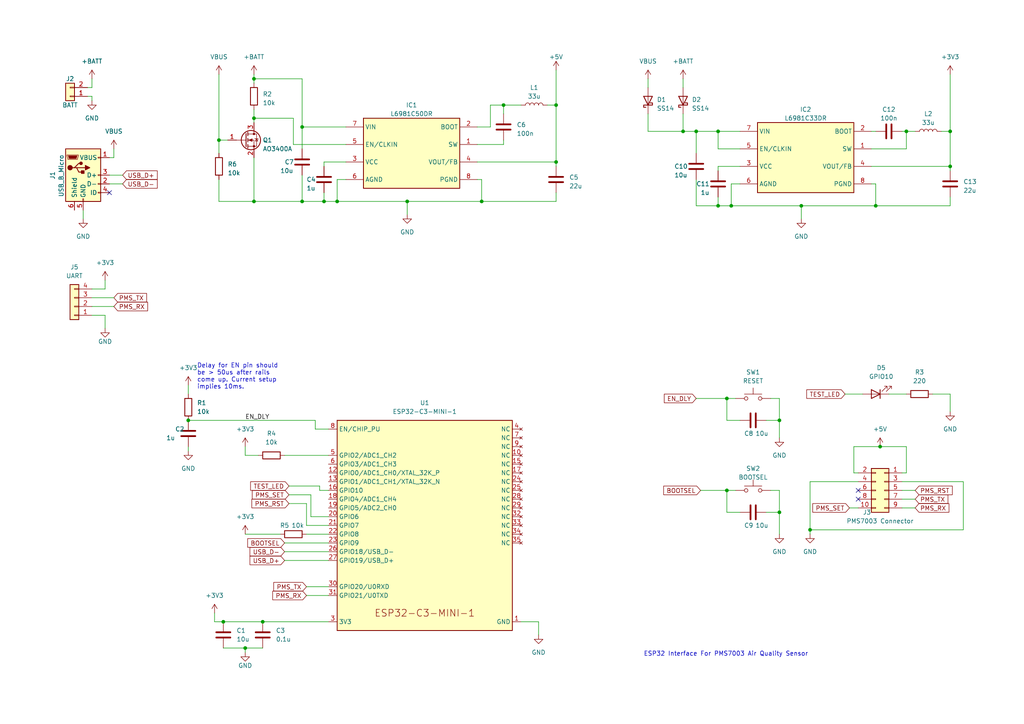
<source format=kicad_sch>
(kicad_sch (version 20230121) (generator eeschema)
  (paper "A4")
  (lib_symbols
    (symbol "+5V_1" (power) (pin_names (offset 0))
      (property "Value" "+5V_1" (at 0 3.556 0))
      (symbol "+5V_1_0_1"
        (polyline (pts (xy -0.762 1.27) (xy 0 2.54)))
        (polyline (pts (xy 0 0) (xy 0 2.54)))
        (polyline (pts (xy 0 2.54) (xy 0.762 1.27)))
      )
      (symbol "+5V_1_1_1"
        (pin power_in line (at 0 0 90) (length 0) hide (name "+5V") (number "1"))
      )
    )
    (symbol "Connector:USB_B_Micro" (pin_names (offset 1.016))
      (property "Reference" "J" (at -5.08 11.43 0))
      (property "Value" "USB_B_Micro" (at -5.08 8.89 0))
      (symbol "USB_B_Micro_0_1"
        (rectangle (start -5.08 -7.62) (end 5.08 7.62) (stroke (width 0.254)) (fill (type background)))
        (circle (center -3.81 2.159) (radius 0.635) (stroke (width 0.254)) (fill (type outline)))
        (circle (center -0.635 3.429) (radius 0.381) (stroke (width 0.254)) (fill (type outline)))
        (rectangle (start -0.127 -7.62) (end 0.127 -6.858))
        (polyline (pts (xy -1.905 2.159) (xy 0.635 2.159)) (stroke (width 0.254)))
        (polyline (pts (xy -3.175 2.159) (xy -2.54 2.159) (xy -1.27 3.429) (xy -0.635 3.429)) (stroke (width 0.254)))
        (polyline (pts (xy -2.54 2.159) (xy -1.905 2.159) (xy -1.27 0.889) (xy 0 0.889)) (stroke (width 0.254)))
        (polyline (pts (xy 0.635 2.794) (xy 0.635 1.524) (xy 1.905 2.159) (xy 0.635 2.794)) (stroke (width 0.254)) (fill (type outline)))
        (polyline (pts (xy -4.318 5.588) (xy -1.778 5.588) (xy -2.032 4.826) (xy -4.064 4.826) (xy -4.318 5.588)) (fill (type outline)))
        (polyline (pts (xy -4.699 5.842) (xy -4.699 5.588) (xy -4.445 4.826) (xy -4.445 4.572) (xy -1.651 4.572) (xy -1.651 4.826) (xy -1.397 5.588) (xy -1.397 5.842) (xy -4.699 5.842)))
        (rectangle (start 0.254 1.27) (end -0.508 0.508) (stroke (width 0.254)) (fill (type outline)))
        (rectangle (start 5.08 -5.207) (end 4.318 -4.953))
        (rectangle (start 5.08 -2.667) (end 4.318 -2.413))
        (rectangle (start 5.08 -0.127) (end 4.318 0.127))
        (rectangle (start 5.08 4.953) (end 4.318 5.207))
      )
      (symbol "USB_B_Micro_1_1"
        (pin power_out line (at 7.62 5.08 180) (length 2.54) (name "VBUS") (number "1"))
        (pin bidirectional line (at 7.62 -2.54 180) (length 2.54) (name "D-") (number "2"))
        (pin bidirectional line (at 7.62 0 180) (length 2.54) (name "D+") (number "3"))
        (pin passive line (at 7.62 -5.08 180) (length 2.54) (name "ID") (number "4"))
        (pin power_out line (at 0 -10.16 90) (length 2.54) (name "GND") (number "5"))
        (pin passive line (at -2.54 -10.16 90) (length 2.54) (name "Shield") (number "6"))
      )
    )
    (symbol "Connector_Generic:Conn_01x02" (pin_names (offset 1.016) hide)
      (property "Reference" "J" (at 0 2.54 0))
      (property "Value" "Conn_01x02" (at 0 -5.08 0))
      (symbol "Conn_01x02_1_1"
        (rectangle (start -1.27 -2.413) (end 0 -2.667) (stroke (width 0.1524)))
        (rectangle (start -1.27 0.127) (end 0 -0.127) (stroke (width 0.1524)))
        (rectangle (start -1.27 1.27) (end 1.27 -3.81) (stroke (width 0.254)) (fill (type background)))
        (pin passive line (at -5.08 0 0) (length 3.81) (name "Pin_1") (number "1"))
        (pin passive line (at -5.08 -2.54 0) (length 3.81) (name "Pin_2") (number "2"))
      )
    )
    (symbol "Connector_Generic:Conn_01x04" (pin_names (offset 1.016) hide)
      (property "Reference" "J" (at 0 5.08 0))
      (property "Value" "Conn_01x04" (at 0 -7.62 0))
      (symbol "Conn_01x04_1_1"
        (rectangle (start -1.27 -4.953) (end 0 -5.207) (stroke (width 0.1524)))
        (rectangle (start -1.27 -2.413) (end 0 -2.667) (stroke (width 0.1524)))
        (rectangle (start -1.27 0.127) (end 0 -0.127) (stroke (width 0.1524)))
        (rectangle (start -1.27 2.667) (end 0 2.413) (stroke (width 0.1524)))
        (rectangle (start -1.27 3.81) (end 1.27 -6.35) (stroke (width 0.254)) (fill (type background)))
        (pin passive line (at -5.08 2.54 0) (length 3.81) (name "Pin_1") (number "1"))
        (pin passive line (at -5.08 0 0) (length 3.81) (name "Pin_2") (number "2"))
        (pin passive line (at -5.08 -2.54 0) (length 3.81) (name "Pin_3") (number "3"))
        (pin passive line (at -5.08 -5.08 0) (length 3.81) (name "Pin_4") (number "4"))
      )
    )
    (symbol "Connector_Generic:Conn_02x05_Odd_Even" (pin_names (offset 1.016) hide)
      (property "Reference" "J" (at 1.27 7.62 0))
      (property "Value" "Conn_02x05_Odd_Even" (at 1.27 -7.62 0))
      (symbol "Conn_02x05_Odd_Even_1_1"
        (rectangle (start -1.27 -4.953) (end 0 -5.207) (stroke (width 0.1524)))
        (rectangle (start -1.27 -2.413) (end 0 -2.667) (stroke (width 0.1524)))
        (rectangle (start -1.27 0.127) (end 0 -0.127) (stroke (width 0.1524)))
        (rectangle (start -1.27 2.667) (end 0 2.413) (stroke (width 0.1524)))
        (rectangle (start -1.27 5.207) (end 0 4.953) (stroke (width 0.1524)))
        (rectangle (start -1.27 6.35) (end 3.81 -6.35) (stroke (width 0.254)) (fill (type background)))
        (rectangle (start 3.81 -4.953) (end 2.54 -5.207) (stroke (width 0.1524)))
        (rectangle (start 3.81 -2.413) (end 2.54 -2.667) (stroke (width 0.1524)))
        (rectangle (start 3.81 0.127) (end 2.54 -0.127) (stroke (width 0.1524)))
        (rectangle (start 3.81 2.667) (end 2.54 2.413) (stroke (width 0.1524)))
        (rectangle (start 3.81 5.207) (end 2.54 4.953) (stroke (width 0.1524)))
        (pin passive line (at -5.08 5.08 0) (length 3.81) (name "Pin_1") (number "1"))
        (pin passive line (at 7.62 -5.08 180) (length 3.81) (name "Pin_10") (number "10"))
        (pin passive line (at 7.62 5.08 180) (length 3.81) (name "Pin_2") (number "2"))
        (pin passive line (at -5.08 2.54 0) (length 3.81) (name "Pin_3") (number "3"))
        (pin passive line (at 7.62 2.54 180) (length 3.81) (name "Pin_4") (number "4"))
        (pin passive line (at -5.08 0 0) (length 3.81) (name "Pin_5") (number "5"))
        (pin passive line (at 7.62 0 180) (length 3.81) (name "Pin_6") (number "6"))
        (pin passive line (at -5.08 -2.54 0) (length 3.81) (name "Pin_7") (number "7"))
        (pin passive line (at 7.62 -2.54 180) (length 3.81) (name "Pin_8") (number "8"))
        (pin passive line (at -5.08 -5.08 0) (length 3.81) (name "Pin_9") (number "9"))
      )
    )
    (symbol "Device:C" (pin_numbers hide) (pin_names (offset 0.254))
      (property "Reference" "C" (at 0.635 2.54 0))
      (property "Value" "C" (at 0.635 -2.54 0))
      (symbol "C_0_1"
        (polyline (pts (xy -2.032 -0.762) (xy 2.032 -0.762)) (stroke (width 0.508)))
        (polyline (pts (xy -2.032 0.762) (xy 2.032 0.762)) (stroke (width 0.508)))
      )
      (symbol "C_1_1"
        (pin passive line (at 0 3.81 270) (length 2.794) (name "~") (number "1"))
        (pin passive line (at 0 -3.81 90) (length 2.794) (name "~") (number "2"))
      )
    )
    (symbol "Device:D_Schottky" (pin_numbers hide) (pin_names (offset 1.016) hide)
      (property "Reference" "D" (at 0 2.54 0))
      (property "Value" "D_Schottky" (at 0 -2.54 0))
      (symbol "D_Schottky_0_1"
        (polyline (pts (xy 1.27 0) (xy -1.27 0)))
        (polyline (pts (xy 1.27 1.27) (xy 1.27 -1.27) (xy -1.27 0) (xy 1.27 1.27)) (stroke (width 0.254)))
        (polyline (pts (xy -1.905 0.635) (xy -1.905 1.27) (xy -1.27 1.27) (xy -1.27 -1.27) (xy -0.635 -1.27) (xy -0.635 -0.635)) (stroke (width 0.254)))
      )
      (symbol "D_Schottky_1_1"
        (pin passive line (at -3.81 0 0) (length 2.54) (name "K") (number "1"))
        (pin passive line (at 3.81 0 180) (length 2.54) (name "A") (number "2"))
      )
    )
    (symbol "Device:L" (pin_numbers hide) (pin_names (offset 1.016) hide)
      (property "Reference" "L" (at -1.27 0 90))
      (property "Value" "L" (at 1.905 0 90))
      (symbol "L_0_1"
        (arc (start 0 -2.54) (mid 0.6323 -1.905) (end 0 -1.27))
        (arc (start 0 -1.27) (mid 0.6323 -0.635) (end 0 0))
        (arc (start 0 0) (mid 0.6323 0.635) (end 0 1.27))
        (arc (start 0 1.27) (mid 0.6323 1.905) (end 0 2.54))
      )
      (symbol "L_1_1"
        (pin passive line (at 0 3.81 270) (length 1.27) (name "1") (number "1"))
        (pin passive line (at 0 -3.81 90) (length 1.27) (name "2") (number "2"))
      )
    )
    (symbol "Device:LED" (pin_numbers hide) (pin_names (offset 1.016) hide)
      (property "Reference" "D" (at 0 2.54 0))
      (property "Value" "LED" (at 0 -2.54 0))
      (symbol "LED_0_1"
        (polyline (pts (xy -1.27 -1.27) (xy -1.27 1.27)) (stroke (width 0.254)))
        (polyline (pts (xy -1.27 0) (xy 1.27 0)))
        (polyline (pts (xy 1.27 -1.27) (xy 1.27 1.27) (xy -1.27 0) (xy 1.27 -1.27)) (stroke (width 0.254)))
        (polyline (pts (xy -3.048 -0.762) (xy -4.572 -2.286) (xy -3.81 -2.286) (xy -4.572 -2.286) (xy -4.572 -1.524)))
        (polyline (pts (xy -1.778 -0.762) (xy -3.302 -2.286) (xy -2.54 -2.286) (xy -3.302 -2.286) (xy -3.302 -1.524)))
      )
      (symbol "LED_1_1"
        (pin passive line (at -3.81 0 0) (length 2.54) (name "K") (number "1"))
        (pin passive line (at 3.81 0 180) (length 2.54) (name "A") (number "2"))
      )
    )
    (symbol "Device:R" (pin_numbers hide) (pin_names (offset 0))
      (property "Reference" "R" (at 2.032 0 90))
      (property "Value" "R" (at 0 0 90))
      (symbol "R_0_1"
        (rectangle (start -1.016 -2.54) (end 1.016 2.54) (stroke (width 0.254)))
      )
      (symbol "R_1_1"
        (pin passive line (at 0 3.81 270) (length 1.27) (name "~") (number "1"))
        (pin passive line (at 0 -3.81 90) (length 1.27) (name "~") (number "2"))
      )
    )
    (symbol "Espressif:ESP32-C3-MINI-1"
      (property "Reference" "U" (at -25.4 35.56 0))
      (property "Value" "ESP32-C3-MINI-1" (at -25.4 33.02 0))
      (symbol "ESP32-C3-MINI-1_0_0"
        (text "ESP32-C3-MINI-1" (at 0 -25.4 0) (effects (font (size 2 2))))
      )
      (symbol "ESP32-C3-MINI-1_0_1"
        (rectangle (start -25.4 30.48) (end 25.4 -30.48) (stroke (width 0.254)) (fill (type background)))
      )
      (symbol "ESP32-C3-MINI-1_1_1"
        (pin power_in line (at 27.94 -27.94 180) (length 2.54) (name "GND") (number "1"))
        (pin no_connect line (at 27.94 20.32 180) (length 2.54) (name "NC") (number "10"))
        (pin bidirectional line (at -27.94 15.24 0) (length 2.54) (name "GPIO0/ADC1_CH0/XTAL_32K_P") (number "12"))
        (pin bidirectional line (at -27.94 12.7 0) (length 2.54) (name "GPIO1/ADC1_CH1/XTAL_32K_N") (number "13"))
        (pin no_connect line (at 27.94 17.78 180) (length 2.54) (name "NC") (number "15"))
        (pin bidirectional line (at -27.94 10.16 0) (length 2.54) (name "GPIO10") (number "16"))
        (pin no_connect line (at 27.94 15.24 180) (length 2.54) (name "NC") (number "17"))
        (pin bidirectional line (at -27.94 7.62 0) (length 2.54) (name "GPIO4/ADC1_CH4") (number "18"))
        (pin bidirectional line (at -27.94 5.08 0) (length 2.54) (name "GPIO5/ADC2_CH0") (number "19"))
        (pin passive line (at 27.94 -27.94 180) (length 2.54) hide (name "GND") (number "2"))
        (pin bidirectional line (at -27.94 2.54 0) (length 2.54) (name "GPIO6") (number "20"))
        (pin bidirectional line (at -27.94 0 0) (length 2.54) (name "GPIO7") (number "21"))
        (pin bidirectional line (at -27.94 -2.54 0) (length 2.54) (name "GPIO8") (number "22"))
        (pin bidirectional line (at -27.94 -5.08 0) (length 2.54) (name "GPIO9") (number "23"))
        (pin no_connect line (at 27.94 12.7 180) (length 2.54) (name "NC") (number "24"))
        (pin no_connect line (at 27.94 10.16 180) (length 2.54) (name "NC") (number "25"))
        (pin bidirectional line (at -27.94 -7.62 0) (length 2.54) (name "GPIO18/USB_D-") (number "26"))
        (pin bidirectional line (at -27.94 -10.16 0) (length 2.54) (name "GPIO19/USB_D+") (number "27"))
        (pin no_connect line (at 27.94 7.62 180) (length 2.54) (name "NC") (number "28"))
        (pin no_connect line (at 27.94 5.08 180) (length 2.54) (name "NC") (number "29"))
        (pin power_in line (at -27.94 -27.94 0) (length 2.54) (name "3V3") (number "3"))
        (pin bidirectional line (at -27.94 -17.78 0) (length 2.54) (name "GPIO20/U0RXD") (number "30"))
        (pin bidirectional line (at -27.94 -20.32 0) (length 2.54) (name "GPIO21/U0TXD") (number "31"))
        (pin no_connect line (at 27.94 2.54 180) (length 2.54) (name "NC") (number "32"))
        (pin no_connect line (at 27.94 0 180) (length 2.54) (name "NC") (number "33"))
        (pin no_connect line (at 27.94 -2.54 180) (length 2.54) (name "NC") (number "34"))
        (pin no_connect line (at 27.94 -5.08 180) (length 2.54) (name "NC") (number "35"))
        (pin passive line (at 27.94 -27.94 180) (length 2.54) hide (name "GND") (number "36"))
        (pin passive line (at 27.94 -27.94 180) (length 2.54) hide (name "GND") (number "37"))
        (pin passive line (at 27.94 -27.94 180) (length 2.54) hide (name "GND") (number "38"))
        (pin passive line (at 27.94 -27.94 180) (length 2.54) hide (name "GND") (number "39"))
        (pin no_connect line (at 27.94 27.94 180) (length 2.54) (name "NC") (number "4"))
        (pin passive line (at 27.94 -27.94 180) (length 2.54) hide (name "GND") (number "40"))
        (pin passive line (at 27.94 -27.94 180) (length 2.54) hide (name "GND") (number "41"))
        (pin passive line (at 27.94 -27.94 180) (length 2.54) hide (name "GND") (number "42"))
        (pin passive line (at 27.94 -27.94 180) (length 2.54) hide (name "GND") (number "43"))
        (pin passive line (at 27.94 -27.94 180) (length 2.54) hide (name "GND") (number "44"))
        (pin passive line (at 27.94 -27.94 180) (length 2.54) hide (name "GND") (number "45"))
        (pin passive line (at 27.94 -27.94 180) (length 2.54) hide (name "GND") (number "46"))
        (pin passive line (at 27.94 -27.94 180) (length 2.54) hide (name "GND") (number "47"))
        (pin passive line (at 27.94 -27.94 180) (length 2.54) hide (name "GND") (number "48"))
        (pin passive line (at 27.94 -27.94 180) (length 2.54) hide (name "GND") (number "49"))
        (pin bidirectional line (at -27.94 20.32 0) (length 2.54) (name "GPIO2/ADC1_CH2") (number "5"))
        (pin passive line (at 27.94 -27.94 180) (length 2.54) hide (name "GND") (number "50"))
        (pin passive line (at 27.94 -27.94 180) (length 2.54) hide (name "GND") (number "51"))
        (pin passive line (at 27.94 -27.94 180) (length 2.54) hide (name "GND") (number "52"))
        (pin passive line (at 27.94 -27.94 180) (length 2.54) hide (name "GND") (number "53"))
        (pin bidirectional line (at -27.94 17.78 0) (length 2.54) (name "GPIO3/ADC1_CH3") (number "6"))
        (pin no_connect line (at 27.94 25.4 180) (length 2.54) (name "NC") (number "7"))
        (pin input line (at -27.94 27.94 0) (length 2.54) (name "EN/CHIP_PU") (number "8"))
        (pin no_connect line (at 27.94 22.86 180) (length 2.54) (name "NC") (number "9"))
      )
    )
    (symbol "GND_1" (power) (pin_names (offset 0))
      (property "Value" "GND_1" (at 0 -3.81 0))
      (symbol "GND_1_0_1"
        (polyline (pts (xy 0 0) (xy 0 -1.27) (xy 1.27 -1.27) (xy 0 -2.54) (xy -1.27 -1.27) (xy 0 -1.27)))
      )
      (symbol "GND_1_1_1"
        (pin power_in line (at 0 0 270) (length 0) hide (name "GND") (number "1"))
      )
    )
    (symbol "L6981C50DR:L6981C33DR"
      (property "Reference" "IC" (at 5.08 15.24 0))
      (property "Value" "L6981C33DR" (at 5.08 12.7 0))
      (symbol "L6981C33DR_1_1"
        (rectangle (start 5.08 10.16) (end 33.02 -10.16) (stroke (width 0.254)) (fill (type background)))
        (pin passive line (at 38.1 2.54 180) (length 5.08) (name "SW") (number "1"))
        (pin passive line (at 38.1 7.62 180) (length 5.08) (name "BOOT") (number "2"))
        (pin passive line (at 0 -2.54 0) (length 5.08) (name "VCC") (number "3"))
        (pin passive line (at 38.1 -2.54 180) (length 5.08) (name "VOUT/FB") (number "4"))
        (pin passive line (at 0 2.54 0) (length 5.08) (name "EN/CLKIN") (number "5"))
        (pin passive line (at 0 -7.62 0) (length 5.08) (name "AGND") (number "6"))
        (pin passive line (at 0 7.62 0) (length 5.08) (name "VIN") (number "7"))
        (pin passive line (at 38.1 -7.62 180) (length 5.08) (name "PGND") (number "8"))
      )
    )
    (symbol "L6981C50DR:L6981C50DR"
      (property "Reference" "IC" (at 5.08 15.24 0))
      (property "Value" "L6981C50DR" (at 5.08 12.7 0))
      (symbol "L6981C50DR_1_1"
        (rectangle (start 5.08 10.16) (end 33.02 -10.16) (stroke (width 0.254)) (fill (type background)))
        (pin passive line (at 38.1 2.54 180) (length 5.08) (name "SW") (number "1"))
        (pin passive line (at 38.1 7.62 180) (length 5.08) (name "BOOT") (number "2"))
        (pin passive line (at 0 -2.54 0) (length 5.08) (name "VCC") (number "3"))
        (pin passive line (at 38.1 -2.54 180) (length 5.08) (name "VOUT/FB") (number "4"))
        (pin passive line (at 0 2.54 0) (length 5.08) (name "EN/CLKIN") (number "5"))
        (pin passive line (at 0 -7.62 0) (length 5.08) (name "AGND") (number "6"))
        (pin passive line (at 0 7.62 0) (length 5.08) (name "VIN") (number "7"))
        (pin passive line (at 38.1 -7.62 180) (length 5.08) (name "PGND") (number "8"))
      )
    )
    (symbol "Switch:SW_Push" (pin_numbers hide) (pin_names (offset 1.016) hide)
      (property "Reference" "SW" (at 1.27 2.54 0))
      (property "Value" "SW_Push" (at 0 -1.524 0))
      (symbol "SW_Push_0_1"
        (circle (center -2.032 0) (radius 0.508))
        (polyline (pts (xy 0 1.27) (xy 0 3.048)))
        (polyline (pts (xy 2.54 1.27) (xy -2.54 1.27)))
        (circle (center 2.032 0) (radius 0.508))
        (pin passive line (at -5.08 0 0) (length 2.54) (name "1") (number "1"))
        (pin passive line (at 5.08 0 180) (length 2.54) (name "2") (number "2"))
      )
    )
    (symbol "Transistor_FET:AO3400A" (pin_names hide)
      (property "Reference" "Q" (at 5.08 1.905 0))
      (property "Value" "AO3400A" (at 5.08 0 0))
      (symbol "AO3400A_0_1"
        (polyline (pts (xy 0.254 0) (xy -2.54 0)))
        (polyline (pts (xy 0.254 1.905) (xy 0.254 -1.905)) (stroke (width 0.254)))
        (polyline (pts (xy 0.762 -1.27) (xy 0.762 -2.286)) (stroke (width 0.254)))
        (polyline (pts (xy 0.762 0.508) (xy 0.762 -0.508)) (stroke (width 0.254)))
        (polyline (pts (xy 0.762 2.286) (xy 0.762 1.27)) (stroke (width 0.254)))
        (polyline (pts (xy 2.54 2.54) (xy 2.54 1.778)))
        (polyline (pts (xy 2.54 -2.54) (xy 2.54 0) (xy 0.762 0)))
        (polyline (pts (xy 0.762 -1.778) (xy 3.302 -1.778) (xy 3.302 1.778) (xy 0.762 1.778)))
        (polyline (pts (xy 1.016 0) (xy 2.032 0.381) (xy 2.032 -0.381) (xy 1.016 0)) (fill (type outline)))
        (polyline (pts (xy 2.794 0.508) (xy 2.921 0.381) (xy 3.683 0.381) (xy 3.81 0.254)))
        (polyline (pts (xy 3.302 0.381) (xy 2.921 -0.254) (xy 3.683 -0.254) (xy 3.302 0.381)))
        (circle (center 1.651 0) (radius 2.794) (stroke (width 0.254)))
        (circle (center 2.54 -1.778) (radius 0.254) (fill (type outline)))
        (circle (center 2.54 1.778) (radius 0.254) (fill (type outline)))
      )
      (symbol "AO3400A_1_1"
        (pin input line (at -5.08 0 0) (length 2.54) (name "G") (number "1"))
        (pin passive line (at 2.54 -5.08 90) (length 2.54) (name "S") (number "2"))
        (pin passive line (at 2.54 5.08 270) (length 2.54) (name "D") (number "3"))
      )
    )
    (symbol "power:+3V3" (power) (pin_names (offset 0))
      (property "Value" "+3V3" (at 0 3.556 0))
      (symbol "+3V3_0_1"
        (polyline (pts (xy -0.762 1.27) (xy 0 2.54)))
        (polyline (pts (xy 0 0) (xy 0 2.54)))
        (polyline (pts (xy 0 2.54) (xy 0.762 1.27)))
      )
      (symbol "+3V3_1_1"
        (pin power_in line (at 0 0 90) (length 0) hide (name "+3V3") (number "1"))
      )
    )
    (symbol "power:+5V" (power) (pin_names (offset 0))
      (property "Value" "+5V" (at 0 3.556 0))
      (symbol "+5V_0_1"
        (polyline (pts (xy -0.762 1.27) (xy 0 2.54)))
        (polyline (pts (xy 0 0) (xy 0 2.54)))
        (polyline (pts (xy 0 2.54) (xy 0.762 1.27)))
      )
      (symbol "+5V_1_1"
        (pin power_in line (at 0 0 90) (length 0) hide (name "+5V") (number "1"))
      )
    )
    (symbol "power:+BATT" (power) (pin_names (offset 0))
      (property "Value" "+BATT" (at 0 3.556 0))
      (symbol "+BATT_0_1"
        (polyline (pts (xy -0.762 1.27) (xy 0 2.54)))
        (polyline (pts (xy 0 0) (xy 0 2.54)))
        (polyline (pts (xy 0 2.54) (xy 0.762 1.27)))
      )
      (symbol "+BATT_1_1"
        (pin power_in line (at 0 0 90) (length 0) hide (name "+BATT") (number "1"))
      )
    )
    (symbol "power:GND" (power) (pin_names (offset 0))
      (property "Value" "GND" (at 0 -3.81 0))
      (symbol "GND_0_1"
        (polyline (pts (xy 0 0) (xy 0 -1.27) (xy 1.27 -1.27) (xy 0 -2.54) (xy -1.27 -1.27) (xy 0 -1.27)))
      )
      (symbol "GND_1_1"
        (pin power_in line (at 0 0 270) (length 0) hide (name "GND") (number "1"))
      )
    )
    (symbol "power:VBUS" (power) (pin_names (offset 0))
      (property "Value" "VBUS" (at 0 3.81 0))
      (symbol "VBUS_0_1"
        (polyline (pts (xy -0.762 1.27) (xy 0 2.54)))
        (polyline (pts (xy 0 0) (xy 0 2.54)))
        (polyline (pts (xy 0 2.54) (xy 0.762 1.27)))
      )
      (symbol "VBUS_1_1"
        (pin power_in line (at 0 0 90) (length 0) hide (name "VBUS") (number "1"))
      )
    )
  )
  (junction (at 73.66 22.86))
  (junction (at 161.29 30.48))
  (junction (at 255.27 129.54))
  (junction (at 208.28 59.69))
  (junction (at 76.2 180.34))
  (junction (at 201.93 38.1))
  (junction (at 212.09 59.69))
  (junction (at 226.06 121.92))
  (junction (at 198.12 38.1))
  (junction (at 64.77 180.34))
  (junction (at 262.89 38.1))
  (junction (at 161.29 46.99))
  (junction (at 226.06 148.59))
  (junction (at 234.95 153.67))
  (junction (at 93.98 58.42))
  (junction (at 275.59 48.26))
  (junction (at 73.66 58.42))
  (junction (at 210.82 142.24))
  (junction (at 254 59.69))
  (junction (at 71.12 187.96))
  (junction (at 54.61 121.92))
  (junction (at 275.59 38.1))
  (junction (at 97.79 58.42))
  (junction (at 118.11 58.42))
  (junction (at 210.82 115.57))
  (junction (at 139.7 58.42))
  (junction (at 232.41 59.69))
  (junction (at 87.63 58.42))
  (junction (at 63.5 40.64))
  (junction (at 87.63 36.83))
  (junction (at 208.28 38.1))
  (junction (at 146.05 30.48))
  (junction (at 73.66 34.29))
  (no_connect (at 248.92 142.24))
  (no_connect (at 248.92 144.78))
  (no_connect (at 31.75 55.88))
  (wire (pts (xy 76.2 180.34) (xy 95.25 180.34)))
  (wire (pts (xy 88.9 172.72) (xy 95.25 172.72)))
  (wire (pts (xy 93.98 58.42) (xy 97.79 58.42)))
  (wire (pts (xy 26.67 25.4) (xy 26.67 22.86)))
  (wire (pts (xy 222.25 121.92) (xy 226.06 121.92)))
  (wire (pts (xy 139.7 52.07) (xy 139.7 58.42)))
  (wire (pts (xy 24.13 60.96) (xy 24.13 63.5)))
  (wire (pts (xy 214.63 53.34) (xy 212.09 53.34)))
  (wire (pts (xy 210.82 142.24) (xy 213.36 142.24)))
  (wire (pts (xy 232.41 59.69) (xy 232.41 63.5)))
  (wire (pts (xy 255.27 129.54) (xy 262.89 129.54)))
  (wire (pts (xy 187.96 33.02) (xy 187.96 38.1)))
  (wire (pts (xy 87.63 50.8) (xy 87.63 58.42)))
  (wire (pts (xy 83.82 140.97) (xy 92.71 140.97)))
  (wire (pts (xy 62.23 180.34) (xy 64.77 180.34)))
  (wire (pts (xy 73.66 22.86) (xy 73.66 24.13)))
  (wire (pts (xy 83.82 143.51) (xy 90.17 143.51)))
  (wire (pts (xy 100.33 52.07) (xy 97.79 52.07)))
  (wire (pts (xy 146.05 30.48) (xy 151.13 30.48)))
  (wire (pts (xy 246.38 147.32) (xy 248.92 147.32)))
  (wire (pts (xy 161.29 30.48) (xy 158.75 30.48)))
  (wire (pts (xy 73.66 58.42) (xy 87.63 58.42)))
  (wire (pts (xy 63.5 21.59) (xy 63.5 40.64)))
  (wire (pts (xy 222.25 148.59) (xy 226.06 148.59)))
  (wire (pts (xy 91.44 121.92) (xy 91.44 124.46)))
  (wire (pts (xy 262.89 137.16) (xy 262.89 129.54)))
  (wire (pts (xy 252.73 48.26) (xy 275.59 48.26)))
  (wire (pts (xy 226.06 115.57) (xy 226.06 121.92)))
  (wire (pts (xy 118.11 58.42) (xy 139.7 58.42)))
  (wire (pts (xy 62.23 177.8) (xy 62.23 180.34)))
  (wire (pts (xy 31.75 53.34) (xy 35.56 53.34)))
  (wire (pts (xy 26.67 88.9) (xy 33.02 88.9)))
  (wire (pts (xy 161.29 30.48) (xy 161.29 46.99)))
  (wire (pts (xy 73.66 45.72) (xy 73.66 58.42)))
  (wire (pts (xy 146.05 30.48) (xy 146.05 33.02)))
  (wire (pts (xy 33.02 45.72) (xy 33.02 43.18)))
  (wire (pts (xy 88.9 152.4) (xy 95.25 152.4)))
  (wire (pts (xy 54.61 129.54) (xy 54.61 130.81)))
  (wire (pts (xy 138.43 52.07) (xy 139.7 52.07)))
  (wire (pts (xy 198.12 22.86) (xy 198.12 25.4)))
  (wire (pts (xy 208.28 59.69) (xy 212.09 59.69)))
  (wire (pts (xy 85.09 34.29) (xy 85.09 41.91)))
  (wire (pts (xy 262.89 43.18) (xy 262.89 38.1)))
  (wire (pts (xy 90.17 149.86) (xy 95.25 149.86)))
  (wire (pts (xy 214.63 48.26) (xy 208.28 48.26)))
  (wire (pts (xy 83.82 146.05) (xy 88.9 146.05)))
  (wire (pts (xy 63.5 52.07) (xy 63.5 58.42)))
  (wire (pts (xy 208.28 57.15) (xy 208.28 59.69)))
  (wire (pts (xy 270.51 114.3) (xy 275.59 114.3)))
  (wire (pts (xy 31.75 50.8) (xy 35.56 50.8)))
  (wire (pts (xy 90.17 143.51) (xy 90.17 149.86)))
  (wire (pts (xy 87.63 36.83) (xy 87.63 22.86)))
  (wire (pts (xy 92.71 140.97) (xy 92.71 142.24)))
  (wire (pts (xy 210.82 115.57) (xy 213.36 115.57)))
  (wire (pts (xy 25.4 27.94) (xy 26.67 27.94)))
  (wire (pts (xy 208.28 43.18) (xy 208.28 38.1)))
  (wire (pts (xy 91.44 124.46) (xy 95.25 124.46)))
  (wire (pts (xy 30.48 91.44) (xy 30.48 95.25)))
  (wire (pts (xy 254 59.69) (xy 275.59 59.69)))
  (wire (pts (xy 26.67 91.44) (xy 30.48 91.44)))
  (wire (pts (xy 214.63 148.59) (xy 210.82 148.59)))
  (wire (pts (xy 248.92 139.7) (xy 234.95 139.7)))
  (wire (pts (xy 151.13 180.34) (xy 156.21 180.34)))
  (wire (pts (xy 73.66 34.29) (xy 73.66 35.56)))
  (wire (pts (xy 275.59 21.59) (xy 275.59 38.1)))
  (wire (pts (xy 87.63 36.83) (xy 100.33 36.83)))
  (wire (pts (xy 146.05 41.91) (xy 138.43 41.91)))
  (wire (pts (xy 208.28 48.26) (xy 208.28 49.53)))
  (wire (pts (xy 97.79 58.42) (xy 118.11 58.42)))
  (wire (pts (xy 63.5 40.64) (xy 66.04 40.64)))
  (wire (pts (xy 64.77 180.34) (xy 76.2 180.34)))
  (wire (pts (xy 252.73 53.34) (xy 254 53.34)))
  (wire (pts (xy 138.43 36.83) (xy 142.24 36.83)))
  (wire (pts (xy 226.06 148.59) (xy 226.06 142.24)))
  (wire (pts (xy 212.09 53.34) (xy 212.09 59.69)))
  (wire (pts (xy 275.59 48.26) (xy 275.59 38.1)))
  (wire (pts (xy 63.5 40.64) (xy 63.5 44.45)))
  (wire (pts (xy 25.4 25.4) (xy 26.67 25.4)))
  (wire (pts (xy 93.98 55.88) (xy 93.98 58.42)))
  (wire (pts (xy 248.92 137.16) (xy 247.65 137.16)))
  (wire (pts (xy 85.09 41.91) (xy 100.33 41.91)))
  (wire (pts (xy 223.52 115.57) (xy 226.06 115.57)))
  (wire (pts (xy 232.41 59.69) (xy 254 59.69)))
  (wire (pts (xy 54.61 121.92) (xy 91.44 121.92)))
  (wire (pts (xy 187.96 22.86) (xy 187.96 25.4)))
  (wire (pts (xy 187.96 38.1) (xy 198.12 38.1)))
  (wire (pts (xy 63.5 58.42) (xy 73.66 58.42)))
  (wire (pts (xy 226.06 148.59) (xy 226.06 154.94)))
  (wire (pts (xy 261.62 147.32) (xy 265.43 147.32)))
  (wire (pts (xy 71.12 132.08) (xy 74.93 132.08)))
  (wire (pts (xy 92.71 142.24) (xy 95.25 142.24)))
  (wire (pts (xy 138.43 46.99) (xy 161.29 46.99)))
  (wire (pts (xy 87.63 58.42) (xy 93.98 58.42)))
  (wire (pts (xy 31.75 45.72) (xy 33.02 45.72)))
  (wire (pts (xy 201.93 115.57) (xy 210.82 115.57)))
  (wire (pts (xy 54.61 111.76) (xy 54.61 114.3)))
  (wire (pts (xy 88.9 154.94) (xy 95.25 154.94)))
  (wire (pts (xy 261.62 139.7) (xy 279.4 139.7)))
  (wire (pts (xy 210.82 121.92) (xy 210.82 115.57)))
  (wire (pts (xy 81.28 154.94) (xy 71.12 154.94)))
  (wire (pts (xy 262.89 38.1) (xy 261.62 38.1)))
  (wire (pts (xy 214.63 121.92) (xy 210.82 121.92)))
  (wire (pts (xy 88.9 146.05) (xy 88.9 152.4)))
  (wire (pts (xy 146.05 40.64) (xy 146.05 41.91)))
  (wire (pts (xy 87.63 43.18) (xy 87.63 36.83)))
  (wire (pts (xy 223.52 142.24) (xy 226.06 142.24)))
  (wire (pts (xy 71.12 187.96) (xy 71.12 189.23)))
  (wire (pts (xy 82.55 132.08) (xy 95.25 132.08)))
  (wire (pts (xy 87.63 22.86) (xy 73.66 22.86)))
  (wire (pts (xy 252.73 43.18) (xy 262.89 43.18)))
  (wire (pts (xy 279.4 153.67) (xy 234.95 153.67)))
  (wire (pts (xy 73.66 21.59) (xy 73.66 22.86)))
  (wire (pts (xy 275.59 59.69) (xy 275.59 57.15)))
  (wire (pts (xy 275.59 114.3) (xy 275.59 119.38)))
  (wire (pts (xy 26.67 27.94) (xy 26.67 29.21)))
  (wire (pts (xy 279.4 139.7) (xy 279.4 153.67)))
  (wire (pts (xy 82.55 160.02) (xy 95.25 160.02)))
  (wire (pts (xy 247.65 137.16) (xy 247.65 129.54)))
  (wire (pts (xy 257.81 114.3) (xy 262.89 114.3)))
  (wire (pts (xy 100.33 46.99) (xy 93.98 46.99)))
  (wire (pts (xy 226.06 121.92) (xy 226.06 127)))
  (wire (pts (xy 82.55 157.48) (xy 95.25 157.48)))
  (wire (pts (xy 97.79 52.07) (xy 97.79 58.42)))
  (wire (pts (xy 88.9 170.18) (xy 95.25 170.18)))
  (wire (pts (xy 161.29 58.42) (xy 161.29 55.88)))
  (wire (pts (xy 161.29 48.26) (xy 161.29 46.99)))
  (wire (pts (xy 73.66 31.75) (xy 73.66 34.29)))
  (wire (pts (xy 201.93 38.1) (xy 208.28 38.1)))
  (wire (pts (xy 201.93 44.45) (xy 201.93 38.1)))
  (wire (pts (xy 234.95 139.7) (xy 234.95 153.67)))
  (wire (pts (xy 208.28 38.1) (xy 214.63 38.1)))
  (wire (pts (xy 212.09 59.69) (xy 232.41 59.69)))
  (wire (pts (xy 203.2 142.24) (xy 210.82 142.24)))
  (wire (pts (xy 254 53.34) (xy 254 59.69)))
  (wire (pts (xy 234.95 153.67) (xy 234.95 154.94)))
  (wire (pts (xy 261.62 142.24) (xy 265.43 142.24)))
  (wire (pts (xy 252.73 38.1) (xy 254 38.1)))
  (wire (pts (xy 71.12 129.54) (xy 71.12 132.08)))
  (wire (pts (xy 26.67 86.36) (xy 33.02 86.36)))
  (wire (pts (xy 139.7 58.42) (xy 161.29 58.42)))
  (wire (pts (xy 198.12 38.1) (xy 201.93 38.1)))
  (wire (pts (xy 82.55 162.56) (xy 95.25 162.56)))
  (wire (pts (xy 201.93 59.69) (xy 208.28 59.69)))
  (wire (pts (xy 161.29 20.32) (xy 161.29 30.48)))
  (wire (pts (xy 201.93 52.07) (xy 201.93 59.69)))
  (wire (pts (xy 142.24 36.83) (xy 142.24 30.48)))
  (wire (pts (xy 30.48 83.82) (xy 30.48 81.28)))
  (wire (pts (xy 261.62 144.78) (xy 265.43 144.78)))
  (wire (pts (xy 214.63 43.18) (xy 208.28 43.18)))
  (wire (pts (xy 262.89 38.1) (xy 265.43 38.1)))
  (wire (pts (xy 262.89 137.16) (xy 261.62 137.16)))
  (wire (pts (xy 210.82 148.59) (xy 210.82 142.24)))
  (wire (pts (xy 247.65 129.54) (xy 255.27 129.54)))
  (wire (pts (xy 93.98 46.99) (xy 93.98 48.26)))
  (wire (pts (xy 275.59 38.1) (xy 273.05 38.1)))
  (wire (pts (xy 142.24 30.48) (xy 146.05 30.48)))
  (wire (pts (xy 118.11 58.42) (xy 118.11 62.23)))
  (wire (pts (xy 26.67 83.82) (xy 30.48 83.82)))
  (wire (pts (xy 245.11 114.3) (xy 250.19 114.3)))
  (wire (pts (xy 275.59 49.53) (xy 275.59 48.26)))
  (wire (pts (xy 71.12 187.96) (xy 76.2 187.96)))
  (wire (pts (xy 198.12 33.02) (xy 198.12 38.1)))
  (wire (pts (xy 64.77 187.96) (xy 71.12 187.96)))
  (wire (pts (xy 85.09 34.29) (xy 73.66 34.29)))
  (wire (pts (xy 156.21 180.34) (xy 156.21 184.15)))
  (text "Delay for EN pin should \nbe > 50us after rails \ncome up. Current setup\nimplies 10ms." (at 57.15 113.03 0) (effects (font (size 1.27 1.27)) (justify left bottom)))
  (text "ESP32 Interface For PMS7003 Air Quality Sensor" (at 186.69 190.5 0) (effects (font (size 1.27 1.27)) (justify left bottom)))
  (label "EN_DLY" (at 71.12 121.92 0))
  (global_label "PMS_RST" (shape input) (at 83.82 146.05 180) (property "Intersheetrefs" "${INTERSHEET_REFS}" (effects hide)))
  (global_label "PMS_RX" (shape input) (at 33.02 88.9 0) (property "Intersheetrefs" "${INTERSHEET_REFS}" (effects hide)))
  (global_label "BOOTSEL" (shape input) (at 203.2 142.24 180) (property "Intersheetrefs" "${INTERSHEET_REFS}" (effects hide)))
  (global_label "PMS_TX" (shape input) (at 88.9 170.18 180) (property "Intersheetrefs" "${INTERSHEET_REFS}" (effects hide)))
  (global_label "USB_D-" (shape input) (at 82.55 160.02 180) (property "Intersheetrefs" "${INTERSHEET_REFS}" (effects hide)))
  (global_label "PMS_RX" (shape input) (at 265.43 147.32 0) (property "Intersheetrefs" "${INTERSHEET_REFS}" (effects hide)))
  (global_label "PMS_SET" (shape input) (at 246.38 147.32 180) (property "Intersheetrefs" "${INTERSHEET_REFS}" (effects hide)))
  (global_label "PMS_RST" (shape input) (at 265.43 142.24 0) (property "Intersheetrefs" "${INTERSHEET_REFS}" (effects hide)))
  (global_label "PMS_SET" (shape input) (at 83.82 143.51 180) (property "Intersheetrefs" "${INTERSHEET_REFS}" (effects hide)))
  (global_label "USB_D-" (shape input) (at 35.56 53.34 0) (property "Intersheetrefs" "${INTERSHEET_REFS}" (effects hide)))
  (global_label "TEST_LED" (shape input) (at 83.82 140.97 180) (property "Intersheetrefs" "${INTERSHEET_REFS}" (effects hide)))
  (global_label "USB_D+" (shape input) (at 35.56 50.8 0) (property "Intersheetrefs" "${INTERSHEET_REFS}" (effects hide)))
  (global_label "USB_D+" (shape input) (at 82.55 162.56 180) (property "Intersheetrefs" "${INTERSHEET_REFS}" (effects hide)))
  (global_label "TEST_LED" (shape input) (at 245.11 114.3 180) (property "Intersheetrefs" "${INTERSHEET_REFS}" (effects hide)))
  (global_label "PMS_TX" (shape input) (at 265.43 144.78 0) (property "Intersheetrefs" "${INTERSHEET_REFS}" (effects hide)))
  (global_label "BOOTSEL" (shape input) (at 82.55 157.48 180) (property "Intersheetrefs" "${INTERSHEET_REFS}" (effects hide)))
  (global_label "PMS_RX" (shape input) (at 88.9 172.72 180) (property "Intersheetrefs" "${INTERSHEET_REFS}" (effects hide)))
  (global_label "PMS_TX" (shape input) (at 33.02 86.36 0) (property "Intersheetrefs" "${INTERSHEET_REFS}" (effects hide)))
  (global_label "EN_DLY" (shape input) (at 201.93 115.57 180) (property "Intersheetrefs" "${INTERSHEET_REFS}" (effects hide)))
  (symbol (lib_id "Device:R") (at 63.5 48.26 0) (unit 1)
    (property "Reference" "R6" (at 66.04 47.625 0) (effects (justify left)))
    (property "Value" "10k" (at 66.04 50.165 0) (effects (justify left)))
    (property "Footprint" "Resistor_SMD:R_0603_1608Metric_Pad0.98x0.95mm_HandSolder" (effects hide))
  )
  (symbol (lib_name "+5V_1") (lib_id "power:+5V") (at 161.29 20.32 0) (unit 1)
    (property "Reference" "#PWR02" (effects hide))
    (property "Value" "+5V" (at 161.29 16.51 0))
  )
  (symbol (lib_id "power:GND") (at 26.67 29.21 0) (unit 1)
    (property "Reference" "#PWR0114" (effects hide))
    (property "Value" "GND" (at 26.67 34.29 0))
  )
  (symbol (lib_id "Connector:USB_B_Micro") (at 24.13 50.8 0) (unit 1)
    (property "Reference" "J1" (at 15.24 52.07 90) (effects (justify left)))
    (property "Value" "USB_B_Micro" (at 17.78 57.15 90) (effects (justify left)))
    (property "Footprint" "Connector_USB:USB_Mini-B_Wuerth_65100516121_Horizontal" (effects hide))
  )
  (symbol (lib_name "GND_1") (lib_id "power:GND") (at 118.11 62.23 0) (unit 1)
    (property "Reference" "#PWR01" (effects hide))
    (property "Value" "GND" (at 118.11 67.31 0))
  )
  (symbol (lib_id "Device:C") (at 87.63 46.99 0) (unit 1)
    (property "Reference" "C7" (at 82.55 46.99 0) (effects (justify left)))
    (property "Value" "10u" (at 81.28 49.53 0) (effects (justify left)))
    (property "Footprint" "Capacitor_SMD:C_0603_1608Metric_Pad1.08x0.95mm_HandSolder" (effects hide))
  )
  (symbol (lib_id "Switch:SW_Push") (at 218.44 142.24 0) (unit 1)
    (property "Reference" "SW2" (at 218.44 135.89 0))
    (property "Value" "BOOTSEL" (at 218.44 138.43 0))
    (property "Footprint" "Button_Switch_SMD:SW_Push_1P1T_NO_Vertical_Wuerth_434133025816" (effects hide))
  )
  (symbol (lib_id "power:GND") (at 234.95 154.94 0) (unit 1)
    (property "Reference" "#PWR0101" (effects hide))
    (property "Value" "GND" (at 234.95 160.02 0))
  )
  (symbol (lib_id "power:GND") (at 226.06 154.94 0) (unit 1)
    (property "Reference" "#PWR08" (effects hide))
    (property "Value" "GND" (at 226.06 160.02 0))
  )
  (symbol (lib_id "power:GND") (at 71.12 189.23 0) (unit 1)
    (property "Reference" "#PWR0105" (effects hide))
    (property "Value" "GND" (at 71.12 193.04 0))
  )
  (symbol (lib_id "Device:R") (at 78.74 132.08 90) (unit 1)
    (property "Reference" "R4" (at 78.74 125.73 90))
    (property "Value" "10k" (at 78.74 128.27 90))
    (property "Footprint" "Resistor_SMD:R_0603_1608Metric_Pad0.98x0.95mm_HandSolder" (effects hide))
  )
  (symbol (lib_id "power:GND") (at 24.13 63.5 0) (unit 1)
    (property "Reference" "#PWR0103" (effects hide))
    (property "Value" "GND" (at 24.13 68.58 0))
  )
  (symbol (lib_id "power:+3V3") (at 71.12 129.54 0) (unit 1)
    (property "Reference" "#PWR05" (effects hide))
    (property "Value" "+3V3" (at 71.12 124.46 0))
  )
  (symbol (lib_id "power:+3V3") (at 62.23 177.8 0) (unit 1)
    (property "Reference" "#PWR0107" (effects hide))
    (property "Value" "+3V3" (at 62.23 172.72 0))
  )
  (symbol (lib_id "power:GND") (at 156.21 184.15 0) (unit 1)
    (property "Reference" "#PWR0106" (effects hide))
    (property "Value" "GND" (at 156.21 189.23 0))
  )
  (symbol (lib_id "Device:R") (at 54.61 118.11 0) (unit 1)
    (property "Reference" "R1" (at 57.15 116.8399 0) (effects (justify left)))
    (property "Value" "10k" (at 57.15 119.3799 0) (effects (justify left)))
    (property "Footprint" "Resistor_SMD:R_0603_1608Metric_Pad0.98x0.95mm_HandSolder" (effects hide))
  )
  (symbol (lib_id "Transistor_FET:AO3400A") (at 71.12 40.64 0) (unit 1)
    (property "Reference" "Q1" (at 76.2 40.64 0) (effects (justify left)))
    (property "Value" "AO3400A" (at 76.2 43.18 0) (effects (justify left)))
    (property "Footprint" "Package_TO_SOT_SMD:SOT-23" (effects hide))
    (property "Datasheet" "http://www.aosmd.com/pdfs/datasheet/AO3400A.pdf" (effects hide))
  )
  (symbol (lib_id "power:+BATT") (at 73.66 21.59 0) (unit 1)
    (property "Reference" "#PWR0115" (effects hide))
    (property "Value" "+BATT" (at 73.66 16.51 0))
  )
  (symbol (lib_id "power:GND") (at 226.06 127 0) (unit 1)
    (property "Reference" "#PWR07" (effects hide))
    (property "Value" "GND" (at 226.06 132.08 0))
  )
  (symbol (lib_id "power:+BATT") (at 198.12 22.86 0) (unit 1)
    (property "Reference" "#PWR010" (effects hide))
    (property "Value" "+BATT" (at 198.12 17.78 0))
  )
  (symbol (lib_id "Device:C") (at 76.2 184.15 0) (unit 1)
    (property "Reference" "C3" (at 80.01 182.8799 0) (effects (justify left)))
    (property "Value" "0.1u" (at 80.01 185.4199 0) (effects (justify left)))
    (property "Footprint" "Capacitor_SMD:C_0603_1608Metric_Pad1.08x0.95mm_HandSolder" (effects hide))
  )
  (symbol (lib_id "Device:C") (at 161.29 52.07 0) (unit 1)
    (property "Reference" "C5" (at 165.1 51.435 0) (effects (justify left)))
    (property "Value" "22u" (at 165.1 53.975 0) (effects (justify left)))
    (property "Footprint" "Capacitor_SMD:C_0603_1608Metric_Pad1.08x0.95mm_HandSolder" (effects hide))
  )
  (symbol (lib_id "power:+3V3") (at 30.48 81.28 0) (unit 1)
    (property "Reference" "#PWR03" (effects hide))
    (property "Value" "+3V3" (at 30.48 76.2 0))
  )
  (symbol (lib_id "Device:D_Schottky") (at 198.12 29.21 90) (unit 1)
    (property "Reference" "D2" (at 200.66 28.8925 90) (effects (justify right)))
    (property "Value" "SS14" (at 200.66 31.4325 90) (effects (justify right)))
    (property "Footprint" "Diode_SMD:D_SMA_Handsoldering" (effects hide))
  )
  (symbol (lib_id "Device:C") (at 218.44 121.92 90) (unit 1)
    (property "Reference" "C8" (at 217.17 125.73 90))
    (property "Value" "10u" (at 220.98 125.73 90))
    (property "Footprint" "Capacitor_SMD:C_0603_1608Metric_Pad1.08x0.95mm_HandSolder" (effects hide))
  )
  (symbol (lib_id "Switch:SW_Push") (at 218.44 115.57 0) (unit 1)
    (property "Reference" "SW1" (at 218.44 107.95 0))
    (property "Value" "RESET" (at 218.44 110.49 0))
    (property "Footprint" "Button_Switch_SMD:SW_Push_1P1T_NO_Vertical_Wuerth_434133025816" (effects hide))
  )
  (symbol (lib_id "Connector_Generic:Conn_01x02") (at 20.32 27.94 180) (unit 1)
    (property "Reference" "J2" (at 20.32 22.86 0))
    (property "Value" "BATT" (at 20.32 30.48 0))
    (property "Footprint" "Connector_PinHeader_2.54mm:PinHeader_1x02_P2.54mm_Vertical_SMD_Pin1Right" (effects hide))
  )
  (symbol (lib_id "power:VBUS") (at 187.96 22.86 0) (unit 1)
    (property "Reference" "#PWR09" (effects hide))
    (property "Value" "VBUS" (at 187.96 17.78 0))
  )
  (symbol (lib_id "Connector_Generic:Conn_01x04") (at 21.59 88.9 180) (unit 1)
    (property "Reference" "J5" (at 21.59 77.47 0))
    (property "Value" "UART" (at 21.59 80.01 0))
    (property "Footprint" "Connector_PinHeader_2.54mm:PinHeader_1x04_P2.54mm_Vertical_SMD_Pin1Right" (effects hide))
  )
  (symbol (lib_id "power:+3V3") (at 54.61 111.76 0) (unit 1)
    (property "Reference" "#PWR0108" (effects hide))
    (property "Value" "+3V3" (at 54.61 106.68 0))
  )
  (symbol (lib_id "Device:R") (at 73.66 27.94 0) (unit 1)
    (property "Reference" "R2" (at 76.2 27.305 0) (effects (justify left)))
    (property "Value" "10k" (at 76.2 29.845 0) (effects (justify left)))
    (property "Footprint" "Resistor_SMD:R_0603_1608Metric_Pad0.98x0.95mm_HandSolder" (effects hide))
  )
  (symbol (lib_id "power:+3V3") (at 71.12 154.94 0) (unit 1)
    (property "Reference" "#PWR06" (effects hide))
    (property "Value" "+3V3" (at 71.12 149.86 0))
  )
  (symbol (lib_id "power:VBUS") (at 33.02 43.18 0) (unit 1)
    (property "Reference" "#PWR0111" (effects hide))
    (property "Value" "VBUS" (at 33.02 38.1 0))
  )
  (symbol (lib_id "L6981C50DR:L6981C50DR") (at 100.33 44.45 0) (unit 1)
    (property "Reference" "IC1" (at 119.38 30.48 0))
    (property "Value" "L6981C50DR" (at 119.38 33.02 0))
    (property "Footprint" "DC Converters:SOIC127P600X175-8N" (effects hide))
    (property "Datasheet" "https://www.st.com/resource/en/datasheet/l6981.pdf" (effects hide))
    (property "Height" "1.75" (effects hide))
    (property "Mouser Part Number" "511-L6981C50DR" (effects hide))
    (property "Mouser Price/Stock" "https://www.mouser.co.uk/ProductDetail/STMicroelectronics/L6981C50DR?qs=vvQtp7zwQdMUtPiFaJBcDQ%3D%3D" (effects hide))
    (property "Manufacturer_Name" "STMicroelectronics" (effects hide))
    (property "Manufacturer_Part_Number" "L6981C50DR" (effects hide))
  )
  (symbol (lib_id "Device:L") (at 154.94 30.48 90) (unit 1)
    (property "Reference" "L1" (at 154.94 25.4 90))
    (property "Value" "33u" (at 154.94 27.94 90))
    (property "Footprint" "Inductor_SMD:L_Murata_29xxxC" (effects hide))
  )
  (symbol (lib_id "Device:D_Schottky") (at 187.96 29.21 90) (unit 1)
    (property "Reference" "D1" (at 190.5 28.8925 90) (effects (justify right)))
    (property "Value" "SS14" (at 190.5 31.4325 90) (effects (justify right)))
    (property "Footprint" "Diode_SMD:D_SMA_Handsoldering" (effects hide))
  )
  (symbol (lib_id "Device:L") (at 269.24 38.1 90) (unit 1)
    (property "Reference" "L2" (at 269.24 33.02 90))
    (property "Value" "33u" (at 269.24 35.56 90))
    (property "Footprint" "Inductor_SMD:L_Murata_29xxxC" (effects hide))
  )
  (symbol (lib_id "Espressif:ESP32-C3-MINI-1") (at 123.19 152.4 0) (unit 1)
    (property "Reference" "U1" (at 123.19 116.84 0))
    (property "Value" "ESP32-C3-MINI-1" (at 123.19 119.38 0))
    (property "Footprint" "Espressif:ESP32-C3-MINI-1" (effects hide))
    (property "Datasheet" "https://www.espressif.com/sites/default/files/documentation/esp32-c3-mini-1_datasheet_en.pdf" (effects hide))
  )
  (symbol (lib_id "Device:C") (at 54.61 125.73 0) (mirror y) (unit 1)
    (property "Reference" "C2" (at 50.8 124.4599 0) (effects (justify right)))
    (property "Value" "1u" (at 50.8 126.9999 0) (effects (justify left)))
    (property "Footprint" "Capacitor_SMD:C_0603_1608Metric_Pad1.08x0.95mm_HandSolder" (effects hide))
  )
  (symbol (lib_id "Device:C") (at 93.98 52.07 0) (unit 1)
    (property "Reference" "C4" (at 88.9 52.07 0) (effects (justify left)))
    (property "Value" "1u" (at 88.9 54.61 0) (effects (justify left)))
    (property "Footprint" "Capacitor_SMD:C_0603_1608Metric_Pad1.08x0.95mm_HandSolder" (effects hide))
  )
  (symbol (lib_id "Device:C") (at 257.81 38.1 90) (unit 1)
    (property "Reference" "C12" (at 257.81 31.75 90))
    (property "Value" "100n" (at 257.81 34.29 90))
    (property "Footprint" "Capacitor_SMD:C_0603_1608Metric_Pad1.08x0.95mm_HandSolder" (effects hide))
  )
  (symbol (lib_id "Device:R") (at 266.7 114.3 90) (unit 1)
    (property "Reference" "R3" (at 266.7 107.95 90))
    (property "Value" "220" (at 266.7 110.49 90))
    (property "Footprint" "Resistor_SMD:R_0603_1608Metric_Pad0.98x0.95mm_HandSolder" (effects hide))
  )
  (symbol (lib_id "Device:C") (at 208.28 53.34 0) (unit 1)
    (property "Reference" "C11" (at 201.93 53.34 0) (effects (justify left)))
    (property "Value" "1u" (at 203.2 55.88 0) (effects (justify left)))
    (property "Footprint" "Capacitor_SMD:C_0603_1608Metric_Pad1.08x0.95mm_HandSolder" (effects hide))
  )
  (symbol (lib_id "power:+3V3") (at 275.59 21.59 0) (unit 1)
    (property "Reference" "#PWR013" (effects hide))
    (property "Value" "+3V3" (at 275.59 16.51 0))
  )
  (symbol (lib_id "L6981C50DR:L6981C33DR") (at 214.63 45.72 0) (unit 1)
    (property "Reference" "IC2" (at 233.68 31.75 0))
    (property "Value" "L6981C33DR" (at 233.68 34.29 0))
    (property "Footprint" "DC Converters:SOIC127P600X175-8N" (effects hide))
    (property "Datasheet" "https://www.st.com/resource/en/datasheet/l6981.pdf" (effects hide))
    (property "Height" "1.75" (effects hide))
    (property "Mouser Part Number" "511-L6981C50DR" (effects hide))
    (property "Mouser Price/Stock" "https://www.mouser.co.uk/ProductDetail/STMicroelectronics/L6981C50DR?qs=vvQtp7zwQdMUtPiFaJBcDQ%3D%3D" (effects hide))
    (property "Manufacturer_Name" "STMicroelectronics" (effects hide))
    (property "Manufacturer_Part_Number" "L6981C50DR" (effects hide))
  )
  (symbol (lib_id "power:GND") (at 54.61 130.81 0) (unit 1)
    (property "Reference" "#PWR0109" (effects hide))
    (property "Value" "GND" (at 54.61 135.89 0))
  )
  (symbol (lib_name "GND_1") (lib_id "power:GND") (at 232.41 63.5 0) (unit 1)
    (property "Reference" "#PWR011" (effects hide))
    (property "Value" "GND" (at 232.41 68.58 0))
  )
  (symbol (lib_id "Device:LED") (at 254 114.3 180) (unit 1)
    (property "Reference" "D5" (at 255.5875 106.68 0))
    (property "Value" "GPIO10" (at 255.5875 109.22 0))
    (property "Footprint" "LED_SMD:LED_0603_1608Metric_Pad1.05x0.95mm_HandSolder" (effects hide))
  )
  (symbol (lib_id "Device:C") (at 218.44 148.59 90) (unit 1)
    (property "Reference" "C9" (at 217.17 152.4 90))
    (property "Value" "10u" (at 220.98 152.4 90))
    (property "Footprint" "Capacitor_SMD:C_0603_1608Metric_Pad1.08x0.95mm_HandSolder" (effects hide))
  )
  (symbol (lib_id "power:GND") (at 275.59 119.38 0) (unit 1)
    (property "Reference" "#PWR0120" (effects hide))
    (property "Value" "GND" (at 275.59 124.46 0))
  )
  (symbol (lib_id "power:VBUS") (at 63.5 21.59 0) (unit 1)
    (property "Reference" "#PWR0102" (effects hide))
    (property "Value" "VBUS" (at 63.5 16.51 0))
  )
  (symbol (lib_id "Device:C") (at 275.59 53.34 0) (unit 1)
    (property "Reference" "C13" (at 279.4 52.705 0) (effects (justify left)))
    (property "Value" "22u" (at 279.4 55.245 0) (effects (justify left)))
    (property "Footprint" "Capacitor_SMD:C_0603_1608Metric_Pad1.08x0.95mm_HandSolder" (effects hide))
  )
  (symbol (lib_id "Device:C") (at 64.77 184.15 0) (unit 1)
    (property "Reference" "C1" (at 68.58 182.8799 0) (effects (justify left)))
    (property "Value" "10u" (at 68.58 185.4199 0) (effects (justify left)))
    (property "Footprint" "Capacitor_SMD:C_0603_1608Metric_Pad1.08x0.95mm_HandSolder" (effects hide))
  )
  (symbol (lib_id "Device:C") (at 146.05 36.83 180) (unit 1)
    (property "Reference" "C6" (at 149.86 36.195 0) (effects (justify right)))
    (property "Value" "100n" (at 149.86 38.735 0) (effects (justify right)))
    (property "Footprint" "Capacitor_SMD:C_0603_1608Metric_Pad1.08x0.95mm_HandSolder" (effects hide))
  )
  (symbol (lib_id "power:GND") (at 30.48 95.25 0) (unit 1)
    (property "Reference" "#PWR04" (effects hide))
    (property "Value" "GND" (at 30.48 99.06 0))
  )
  (symbol (lib_id "Device:R") (at 85.09 154.94 90) (unit 1)
    (property "Reference" "R5" (at 82.55 152.4 90))
    (property "Value" "10k" (at 86.36 152.4 90))
    (property "Footprint" "Resistor_SMD:R_0603_1608Metric_Pad0.98x0.95mm_HandSolder" (effects hide))
  )
  (symbol (lib_id "Device:C") (at 201.93 48.26 0) (unit 1)
    (property "Reference" "C10" (at 195.58 48.26 0) (effects (justify left)))
    (property "Value" "10u" (at 195.58 50.8 0) (effects (justify left)))
    (property "Footprint" "Capacitor_SMD:C_0603_1608Metric_Pad1.08x0.95mm_HandSolder" (effects hide))
  )
  (symbol (lib_id "Connector_Generic:Conn_02x05_Odd_Even") (at 256.54 142.24 0) (mirror y) (unit 1)
    (property "Reference" "J3" (at 251.46 148.59 0))
    (property "Value" "PMS7003 Connector" (at 255.27 151.13 0))
    (property "Footprint" "Connector_PinSocket_1.27mm:PinSocket_2x05_P1.27mm_Vertical_SMD" (effects hide))
  )
  (symbol (lib_id "power:+5V") (at 255.27 129.54 0) (unit 1)
    (property "Reference" "#PWR0110" (effects hide))
    (property "Value" "+5V" (at 255.27 124.46 0))
  )
  (symbol (lib_id "power:+BATT") (at 26.67 22.86 0) (unit 1)
    (property "Reference" "#PWR0116" (effects hide))
    (property "Value" "+BATT" (at 26.67 17.78 0))
  )
)
</source>
